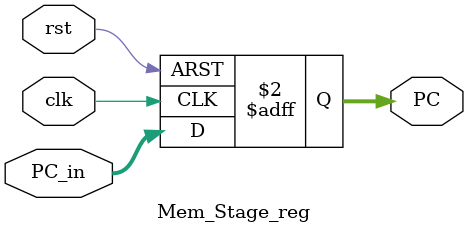
<source format=v>
module Mem_Stage_reg
  (
    input clk,
    input rst,
    input[31:0] PC_in,
    output reg [31:0] PC
  );

  always @(posedge clk, posedge rst)
    begin
      if(rst)
        begin
          PC <= 32'b0;
      end
      else
        begin
          PC <= PC_in;
        end
    end

endmodule
</source>
